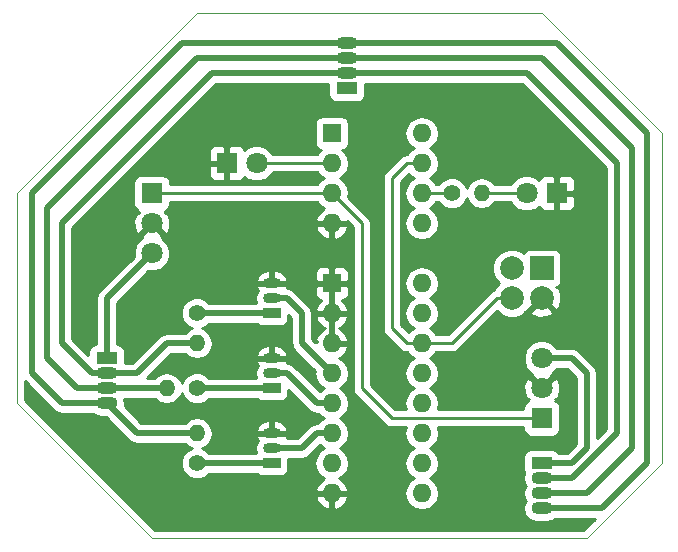
<source format=gbr>
%TF.GenerationSoftware,KiCad,Pcbnew,4.0.7-e2-6376~58~ubuntu16.04.1*%
%TF.CreationDate,2018-01-06T23:49:33+01:00*%
%TF.ProjectId,Receiver_module,52656365697665725F6D6F64756C652E,rev?*%
%TF.FileFunction,Copper,L2,Bot,Signal*%
%FSLAX46Y46*%
G04 Gerber Fmt 4.6, Leading zero omitted, Abs format (unit mm)*
G04 Created by KiCad (PCBNEW 4.0.7-e2-6376~58~ubuntu16.04.1) date Sat Jan  6 23:49:33 2018*
%MOMM*%
%LPD*%
G01*
G04 APERTURE LIST*
%ADD10C,0.100000*%
%ADD11R,1.600000X1.600000*%
%ADD12O,1.600000X1.600000*%
%ADD13R,1.800000X1.800000*%
%ADD14C,1.800000*%
%ADD15R,1.800000X1.070000*%
%ADD16O,1.800000X1.070000*%
%ADD17R,2.000000X2.000000*%
%ADD18C,2.000000*%
%ADD19C,1.400000*%
%ADD20O,1.400000X1.400000*%
%ADD21O,1.500000X0.900000*%
%ADD22R,1.500000X0.900000*%
%ADD23C,0.600000*%
%ADD24C,0.250000*%
%ADD25C,0.500000*%
%ADD26C,0.254000*%
G04 APERTURE END LIST*
D10*
X130810000Y-121920000D02*
X130810000Y-119380000D01*
X124460000Y-128270000D02*
X130810000Y-121920000D01*
X121920000Y-128270000D02*
X124460000Y-128270000D01*
X76200000Y-116840000D02*
X76200000Y-99060000D01*
X87630000Y-128270000D02*
X76200000Y-116840000D01*
X90170000Y-128270000D02*
X87630000Y-128270000D01*
X121920000Y-128270000D02*
X90170000Y-128270000D01*
X130810000Y-93980000D02*
X130810000Y-119380000D01*
X120650000Y-83820000D02*
X130810000Y-93980000D01*
X91440000Y-83820000D02*
X120650000Y-83820000D01*
X76200000Y-99060000D02*
X91440000Y-83820000D01*
D11*
X102870000Y-93980000D03*
D12*
X110490000Y-101600000D03*
X102870000Y-96520000D03*
X110490000Y-99060000D03*
X102870000Y-99060000D03*
X110490000Y-96520000D03*
X102870000Y-101600000D03*
X110490000Y-93980000D03*
D13*
X93980000Y-96520000D03*
D14*
X96520000Y-96520000D03*
D15*
X83820000Y-113030000D03*
D16*
X83820000Y-114300000D03*
X83820000Y-115570000D03*
X83820000Y-116840000D03*
D13*
X121920000Y-99060000D03*
D14*
X119380000Y-99060000D03*
D11*
X102870000Y-106680000D03*
D12*
X110490000Y-124460000D03*
X102870000Y-109220000D03*
X110490000Y-121920000D03*
X102870000Y-111760000D03*
X110490000Y-119380000D03*
X102870000Y-114300000D03*
X110490000Y-116840000D03*
X102870000Y-116840000D03*
X110490000Y-114300000D03*
X102870000Y-119380000D03*
X110490000Y-111760000D03*
X102870000Y-121920000D03*
X110490000Y-109220000D03*
X102870000Y-124460000D03*
X110490000Y-106680000D03*
D17*
X120650000Y-105410000D03*
D18*
X118110000Y-105410000D03*
X120650000Y-107950000D03*
X118110000Y-107950000D03*
D19*
X91440000Y-109220000D03*
D20*
X91440000Y-111760000D03*
D19*
X91440000Y-115570000D03*
D20*
X88900000Y-115570000D03*
D19*
X91440000Y-121920000D03*
D20*
X91440000Y-119380000D03*
D21*
X97790000Y-107950000D03*
X97790000Y-106680000D03*
D22*
X97790000Y-109220000D03*
D21*
X97790000Y-114300000D03*
X97790000Y-113030000D03*
D22*
X97790000Y-115570000D03*
D21*
X97790000Y-120650000D03*
X97790000Y-119380000D03*
D22*
X97790000Y-121920000D03*
D13*
X87630000Y-99060000D03*
D14*
X87630000Y-101600000D03*
X87630000Y-104140000D03*
D19*
X113030000Y-99060000D03*
D20*
X115570000Y-99060000D03*
D13*
X120650000Y-118110000D03*
D14*
X120650000Y-115570000D03*
X120650000Y-113030000D03*
D15*
X120650000Y-121920000D03*
D16*
X120650000Y-123190000D03*
X120650000Y-124460000D03*
X120650000Y-125730000D03*
D15*
X104140000Y-90170000D03*
D16*
X104140000Y-88900000D03*
X104140000Y-87630000D03*
X104140000Y-86360000D03*
D23*
X120650000Y-124460000D03*
D24*
X102870000Y-96520000D02*
X96520000Y-96520000D01*
X110490000Y-99060000D02*
X113030000Y-99060000D01*
X120650000Y-118110000D02*
X107950000Y-118110000D01*
X105410000Y-101600000D02*
X102870000Y-99060000D01*
X105410000Y-115570000D02*
X105410000Y-101600000D01*
X107950000Y-118110000D02*
X105410000Y-115570000D01*
X87630000Y-99060000D02*
X102870000Y-99060000D01*
X118110000Y-107950000D02*
X116840000Y-107950000D01*
X113030000Y-111760000D02*
X110490000Y-111760000D01*
X116840000Y-107950000D02*
X113030000Y-111760000D01*
X110490000Y-111760000D02*
X109220000Y-111760000D01*
X109220000Y-96520000D02*
X110490000Y-96520000D01*
X107950000Y-97790000D02*
X109220000Y-96520000D01*
X107950000Y-110490000D02*
X107950000Y-97790000D01*
X109220000Y-111760000D02*
X107950000Y-110490000D01*
D25*
X124460000Y-118110000D02*
X124460000Y-120650000D01*
X120650000Y-121920000D02*
X121920000Y-121920000D01*
X124460000Y-118110000D02*
X124460000Y-114300000D01*
X124460000Y-114300000D02*
X123190000Y-113030000D01*
X123190000Y-113030000D02*
X120650000Y-113030000D01*
X123190000Y-121920000D02*
X121920000Y-121920000D01*
X124460000Y-120650000D02*
X123190000Y-121920000D01*
X83820000Y-113030000D02*
X83820000Y-107950000D01*
X83820000Y-107950000D02*
X87630000Y-104140000D01*
X120650000Y-123190000D02*
X123190000Y-123190000D01*
X127000000Y-118110000D02*
X127000000Y-119380000D01*
X119380000Y-88900000D02*
X104140000Y-88900000D01*
X119380000Y-88900000D02*
X127000000Y-96520000D01*
X127000000Y-96520000D02*
X127000000Y-118110000D01*
X127000000Y-119380000D02*
X123190000Y-123190000D01*
X104140000Y-88900000D02*
X92710000Y-88900000D01*
X82550000Y-114300000D02*
X83820000Y-114300000D01*
X80010000Y-111760000D02*
X82550000Y-114300000D01*
X80010000Y-101600000D02*
X80010000Y-111760000D01*
X92710000Y-88900000D02*
X80010000Y-101600000D01*
X91440000Y-111760000D02*
X88900000Y-111760000D01*
X86360000Y-114300000D02*
X83820000Y-114300000D01*
X88900000Y-111760000D02*
X86360000Y-114300000D01*
X128270000Y-118110000D02*
X128270000Y-120650000D01*
X104140000Y-87630000D02*
X120650000Y-87630000D01*
X120650000Y-87630000D02*
X128270000Y-95250000D01*
X128270000Y-95250000D02*
X128270000Y-118110000D01*
X124460000Y-124460000D02*
X120650000Y-124460000D01*
X128270000Y-120650000D02*
X124460000Y-124460000D01*
X83820000Y-115570000D02*
X81280000Y-115570000D01*
X91440000Y-87630000D02*
X104140000Y-87630000D01*
X78740000Y-100330000D02*
X91440000Y-87630000D01*
X78740000Y-113030000D02*
X78740000Y-100330000D01*
X81280000Y-115570000D02*
X78740000Y-113030000D01*
X88900000Y-115570000D02*
X83820000Y-115570000D01*
X129540000Y-118110000D02*
X129540000Y-121920000D01*
X104140000Y-86360000D02*
X121920000Y-86360000D01*
X121920000Y-86360000D02*
X129540000Y-93980000D01*
X129540000Y-93980000D02*
X129540000Y-118110000D01*
X125730000Y-125730000D02*
X120650000Y-125730000D01*
X129540000Y-121920000D02*
X125730000Y-125730000D01*
X104140000Y-86360000D02*
X90170000Y-86360000D01*
X82550000Y-116840000D02*
X83820000Y-116840000D01*
X80010000Y-116840000D02*
X82550000Y-116840000D01*
X77470000Y-99060000D02*
X77470000Y-114300000D01*
X77470000Y-114300000D02*
X80010000Y-116840000D01*
X90170000Y-86360000D02*
X77470000Y-99060000D01*
X91440000Y-119380000D02*
X86360000Y-119380000D01*
X86360000Y-119380000D02*
X83820000Y-116840000D01*
X97790000Y-107950000D02*
X99060000Y-107950000D01*
X100330000Y-111760000D02*
X102870000Y-114300000D01*
X100330000Y-109220000D02*
X100330000Y-111760000D01*
X99060000Y-107950000D02*
X100330000Y-109220000D01*
X97790000Y-114300000D02*
X99060000Y-114300000D01*
X101600000Y-116840000D02*
X102870000Y-116840000D01*
X99060000Y-114300000D02*
X101600000Y-116840000D01*
X97790000Y-120650000D02*
X100330000Y-120650000D01*
X101600000Y-119380000D02*
X102870000Y-119380000D01*
X100330000Y-120650000D02*
X101600000Y-119380000D01*
X97790000Y-109220000D02*
X91440000Y-109220000D01*
X97790000Y-115570000D02*
X91440000Y-115570000D01*
X97790000Y-121920000D02*
X91440000Y-121920000D01*
D24*
X115570000Y-99060000D02*
X119380000Y-99060000D01*
D26*
G36*
X102592560Y-90705000D02*
X102636838Y-90940317D01*
X102775910Y-91156441D01*
X102988110Y-91301431D01*
X103240000Y-91352440D01*
X105040000Y-91352440D01*
X105275317Y-91308162D01*
X105491441Y-91169090D01*
X105636431Y-90956890D01*
X105687440Y-90705000D01*
X105687440Y-89785000D01*
X119013420Y-89785000D01*
X126115000Y-96886579D01*
X126115000Y-119013421D01*
X125345000Y-119783421D01*
X125345000Y-114300005D01*
X125345001Y-114300000D01*
X125277633Y-113961325D01*
X125226493Y-113884788D01*
X125085790Y-113674210D01*
X125085787Y-113674208D01*
X123815790Y-112404210D01*
X123788222Y-112385790D01*
X123528675Y-112212367D01*
X123472484Y-112201190D01*
X123190000Y-112144999D01*
X123189995Y-112145000D01*
X121935468Y-112145000D01*
X121520643Y-111729449D01*
X120956670Y-111495267D01*
X120346009Y-111494735D01*
X119781629Y-111727932D01*
X119349449Y-112159357D01*
X119115267Y-112723330D01*
X119114735Y-113333991D01*
X119347932Y-113898371D01*
X119779357Y-114330551D01*
X119800194Y-114339203D01*
X119749446Y-114489841D01*
X120650000Y-115390395D01*
X121550554Y-114489841D01*
X121499965Y-114339673D01*
X121518371Y-114332068D01*
X121936169Y-113915000D01*
X122823420Y-113915000D01*
X123575000Y-114666579D01*
X123575000Y-120283421D01*
X122823420Y-121035000D01*
X122079366Y-121035000D01*
X122014090Y-120933559D01*
X121801890Y-120788569D01*
X121550000Y-120737560D01*
X119750000Y-120737560D01*
X119514683Y-120781838D01*
X119298559Y-120920910D01*
X119153569Y-121133110D01*
X119102560Y-121385000D01*
X119102560Y-122455000D01*
X119146838Y-122690317D01*
X119177185Y-122737477D01*
X119173989Y-122742260D01*
X119084928Y-123190000D01*
X119173989Y-123637740D01*
X119299112Y-123825000D01*
X119173989Y-124012260D01*
X119084928Y-124460000D01*
X119173989Y-124907740D01*
X119299112Y-125095000D01*
X119173989Y-125282260D01*
X119084928Y-125730000D01*
X119173989Y-126177740D01*
X119427613Y-126557315D01*
X119807188Y-126810939D01*
X120254928Y-126900000D01*
X121045072Y-126900000D01*
X121492812Y-126810939D01*
X121786055Y-126615000D01*
X125146264Y-126615000D01*
X124176264Y-127585000D01*
X87913736Y-127585000D01*
X85137775Y-124809039D01*
X101478096Y-124809039D01*
X101638959Y-125197423D01*
X102014866Y-125612389D01*
X102520959Y-125851914D01*
X102743000Y-125730629D01*
X102743000Y-124587000D01*
X102997000Y-124587000D01*
X102997000Y-125730629D01*
X103219041Y-125851914D01*
X103725134Y-125612389D01*
X104101041Y-125197423D01*
X104261904Y-124809039D01*
X104139915Y-124587000D01*
X102997000Y-124587000D01*
X102743000Y-124587000D01*
X101600085Y-124587000D01*
X101478096Y-124809039D01*
X85137775Y-124809039D01*
X76885000Y-116556264D01*
X76885000Y-114966580D01*
X79384208Y-117465787D01*
X79384210Y-117465790D01*
X79671325Y-117657633D01*
X80010000Y-117725000D01*
X82683945Y-117725000D01*
X82977188Y-117920939D01*
X83424928Y-118010000D01*
X83738420Y-118010000D01*
X85734208Y-120005787D01*
X85734210Y-120005790D01*
X86021325Y-120197633D01*
X86360000Y-120265000D01*
X90439122Y-120265000D01*
X90496012Y-120350142D01*
X90929118Y-120639533D01*
X91006045Y-120654835D01*
X90684771Y-120787582D01*
X90308902Y-121162796D01*
X90105232Y-121653287D01*
X90104769Y-122184383D01*
X90307582Y-122675229D01*
X90682796Y-123051098D01*
X91173287Y-123254768D01*
X91704383Y-123255231D01*
X92195229Y-123052418D01*
X92443079Y-122805000D01*
X96565331Y-122805000D01*
X96575910Y-122821441D01*
X96788110Y-122966431D01*
X97040000Y-123017440D01*
X98540000Y-123017440D01*
X98775317Y-122973162D01*
X98991441Y-122834090D01*
X99136431Y-122621890D01*
X99187440Y-122370000D01*
X99187440Y-121535000D01*
X100329995Y-121535000D01*
X100330000Y-121535001D01*
X100656775Y-121470000D01*
X100668675Y-121467633D01*
X100955790Y-121275790D01*
X100955791Y-121275789D01*
X101832999Y-120398580D01*
X102209275Y-120650000D01*
X101827189Y-120905302D01*
X101516120Y-121370849D01*
X101406887Y-121920000D01*
X101516120Y-122469151D01*
X101827189Y-122934698D01*
X102231703Y-123204986D01*
X102014866Y-123307611D01*
X101638959Y-123722577D01*
X101478096Y-124110961D01*
X101600085Y-124333000D01*
X102743000Y-124333000D01*
X102743000Y-124313000D01*
X102997000Y-124313000D01*
X102997000Y-124333000D01*
X104139915Y-124333000D01*
X104261904Y-124110961D01*
X104101041Y-123722577D01*
X103725134Y-123307611D01*
X103508297Y-123204986D01*
X103912811Y-122934698D01*
X104223880Y-122469151D01*
X104333113Y-121920000D01*
X104223880Y-121370849D01*
X103912811Y-120905302D01*
X103530725Y-120650000D01*
X103912811Y-120394698D01*
X104223880Y-119929151D01*
X104333113Y-119380000D01*
X104223880Y-118830849D01*
X103912811Y-118365302D01*
X103530725Y-118110000D01*
X103912811Y-117854698D01*
X104223880Y-117389151D01*
X104333113Y-116840000D01*
X104223880Y-116290849D01*
X103912811Y-115825302D01*
X103530725Y-115570000D01*
X103912811Y-115314698D01*
X104223880Y-114849151D01*
X104333113Y-114300000D01*
X104223880Y-113750849D01*
X103912811Y-113285302D01*
X103508297Y-113015014D01*
X103725134Y-112912389D01*
X104101041Y-112497423D01*
X104261904Y-112109039D01*
X104139915Y-111887000D01*
X102997000Y-111887000D01*
X102997000Y-111907000D01*
X102743000Y-111907000D01*
X102743000Y-111887000D01*
X102723000Y-111887000D01*
X102723000Y-111633000D01*
X102743000Y-111633000D01*
X102743000Y-109347000D01*
X102997000Y-109347000D01*
X102997000Y-111633000D01*
X104139915Y-111633000D01*
X104261904Y-111410961D01*
X104101041Y-111022577D01*
X103725134Y-110607611D01*
X103476633Y-110490000D01*
X103725134Y-110372389D01*
X104101041Y-109957423D01*
X104261904Y-109569039D01*
X104139915Y-109347000D01*
X102997000Y-109347000D01*
X102743000Y-109347000D01*
X101600085Y-109347000D01*
X101478096Y-109569039D01*
X101638959Y-109957423D01*
X102014866Y-110372389D01*
X102263367Y-110490000D01*
X102014866Y-110607611D01*
X101638959Y-111022577D01*
X101478096Y-111410961D01*
X101600084Y-111632998D01*
X101454578Y-111632998D01*
X101215000Y-111393420D01*
X101215000Y-109220005D01*
X101215001Y-109220000D01*
X101147633Y-108881325D01*
X101073248Y-108770000D01*
X100955790Y-108594210D01*
X100955787Y-108594208D01*
X99685790Y-107324210D01*
X99398675Y-107132367D01*
X99342484Y-107121190D01*
X99087279Y-107070425D01*
X99134408Y-106974001D01*
X99128138Y-106965750D01*
X101435000Y-106965750D01*
X101435000Y-107606310D01*
X101531673Y-107839699D01*
X101710302Y-108018327D01*
X101943691Y-108115000D01*
X101971938Y-108115000D01*
X101638959Y-108482577D01*
X101478096Y-108870961D01*
X101600085Y-109093000D01*
X102743000Y-109093000D01*
X102743000Y-106807000D01*
X102997000Y-106807000D01*
X102997000Y-109093000D01*
X104139915Y-109093000D01*
X104261904Y-108870961D01*
X104101041Y-108482577D01*
X103768062Y-108115000D01*
X103796309Y-108115000D01*
X104029698Y-108018327D01*
X104208327Y-107839699D01*
X104305000Y-107606310D01*
X104305000Y-106965750D01*
X104146250Y-106807000D01*
X102997000Y-106807000D01*
X102743000Y-106807000D01*
X101593750Y-106807000D01*
X101435000Y-106965750D01*
X99128138Y-106965750D01*
X99007502Y-106807000D01*
X97917000Y-106807000D01*
X97917000Y-106827000D01*
X97663000Y-106827000D01*
X97663000Y-106807000D01*
X96572498Y-106807000D01*
X96445592Y-106974001D01*
X96610170Y-107310726D01*
X96460457Y-107534788D01*
X96377866Y-107950000D01*
X96454447Y-108335000D01*
X92442873Y-108335000D01*
X92197204Y-108088902D01*
X91706713Y-107885232D01*
X91175617Y-107884769D01*
X90684771Y-108087582D01*
X90308902Y-108462796D01*
X90105232Y-108953287D01*
X90104769Y-109484383D01*
X90307582Y-109975229D01*
X90682796Y-110351098D01*
X91005788Y-110485216D01*
X90929118Y-110500467D01*
X90496012Y-110789858D01*
X90439122Y-110875000D01*
X88900000Y-110875000D01*
X88561325Y-110942367D01*
X88274210Y-111134210D01*
X88274208Y-111134213D01*
X85993420Y-113415000D01*
X85367440Y-113415000D01*
X85367440Y-112495000D01*
X85323162Y-112259683D01*
X85184090Y-112043559D01*
X84971890Y-111898569D01*
X84720000Y-111847560D01*
X84705000Y-111847560D01*
X84705000Y-108316580D01*
X86635580Y-106385999D01*
X96445592Y-106385999D01*
X96572498Y-106553000D01*
X97663000Y-106553000D01*
X97663000Y-105595000D01*
X97917000Y-105595000D01*
X97917000Y-106553000D01*
X99007502Y-106553000D01*
X99134408Y-106385999D01*
X98947013Y-106002592D01*
X98654825Y-105753690D01*
X101435000Y-105753690D01*
X101435000Y-106394250D01*
X101593750Y-106553000D01*
X102743000Y-106553000D01*
X102743000Y-105403750D01*
X102997000Y-105403750D01*
X102997000Y-106553000D01*
X104146250Y-106553000D01*
X104305000Y-106394250D01*
X104305000Y-105753690D01*
X104208327Y-105520301D01*
X104029698Y-105341673D01*
X103796309Y-105245000D01*
X103155750Y-105245000D01*
X102997000Y-105403750D01*
X102743000Y-105403750D01*
X102584250Y-105245000D01*
X101943691Y-105245000D01*
X101710302Y-105341673D01*
X101531673Y-105520301D01*
X101435000Y-105753690D01*
X98654825Y-105753690D01*
X98622544Y-105726192D01*
X98217000Y-105595000D01*
X97917000Y-105595000D01*
X97663000Y-105595000D01*
X97363000Y-105595000D01*
X96957456Y-105726192D01*
X96632987Y-106002592D01*
X96445592Y-106385999D01*
X86635580Y-106385999D01*
X87346826Y-105674753D01*
X87933991Y-105675265D01*
X88498371Y-105442068D01*
X88930551Y-105010643D01*
X89164733Y-104446670D01*
X89165265Y-103836009D01*
X88932068Y-103271629D01*
X88500643Y-102839449D01*
X88479806Y-102830797D01*
X88530554Y-102680159D01*
X87630000Y-101779605D01*
X86729446Y-102680159D01*
X86780035Y-102830327D01*
X86761629Y-102837932D01*
X86329449Y-103269357D01*
X86095267Y-103833330D01*
X86094753Y-104423668D01*
X83194210Y-107324210D01*
X83002367Y-107611325D01*
X83002367Y-107611326D01*
X82934999Y-107950000D01*
X82935000Y-107950005D01*
X82935000Y-111847560D01*
X82920000Y-111847560D01*
X82684683Y-111891838D01*
X82468559Y-112030910D01*
X82323569Y-112243110D01*
X82272560Y-112495000D01*
X82272560Y-112770981D01*
X80895000Y-111393420D01*
X80895000Y-101966580D01*
X84701579Y-98160000D01*
X86082560Y-98160000D01*
X86082560Y-99960000D01*
X86126838Y-100195317D01*
X86265910Y-100411441D01*
X86469574Y-100550598D01*
X86435282Y-100584890D01*
X86549839Y-100699447D01*
X86293357Y-100785852D01*
X86083542Y-101359336D01*
X86109161Y-101969460D01*
X86293357Y-102414148D01*
X86549841Y-102500554D01*
X87450395Y-101600000D01*
X87436253Y-101585858D01*
X87615858Y-101406253D01*
X87630000Y-101420395D01*
X87644143Y-101406253D01*
X87823748Y-101585858D01*
X87809605Y-101600000D01*
X88710159Y-102500554D01*
X88966643Y-102414148D01*
X89136807Y-101949039D01*
X101478096Y-101949039D01*
X101638959Y-102337423D01*
X102014866Y-102752389D01*
X102520959Y-102991914D01*
X102743000Y-102870629D01*
X102743000Y-101727000D01*
X102997000Y-101727000D01*
X102997000Y-102870629D01*
X103219041Y-102991914D01*
X103725134Y-102752389D01*
X104101041Y-102337423D01*
X104261904Y-101949039D01*
X104139915Y-101727000D01*
X102997000Y-101727000D01*
X102743000Y-101727000D01*
X101600085Y-101727000D01*
X101478096Y-101949039D01*
X89136807Y-101949039D01*
X89176458Y-101840664D01*
X89150839Y-101230540D01*
X88966643Y-100785852D01*
X88710161Y-100699447D01*
X88824718Y-100584890D01*
X88788240Y-100548412D01*
X88981441Y-100424090D01*
X89126431Y-100211890D01*
X89177440Y-99960000D01*
X89177440Y-99820000D01*
X101657005Y-99820000D01*
X101827189Y-100074698D01*
X102231703Y-100344986D01*
X102014866Y-100447611D01*
X101638959Y-100862577D01*
X101478096Y-101250961D01*
X101600085Y-101473000D01*
X102743000Y-101473000D01*
X102743000Y-101453000D01*
X102997000Y-101453000D01*
X102997000Y-101473000D01*
X104139915Y-101473000D01*
X104164127Y-101428929D01*
X104650000Y-101914802D01*
X104650000Y-115570000D01*
X104707852Y-115860839D01*
X104872599Y-116107401D01*
X107412599Y-118647401D01*
X107659160Y-118812148D01*
X107707414Y-118821746D01*
X107950000Y-118870000D01*
X109128332Y-118870000D01*
X109026887Y-119380000D01*
X109136120Y-119929151D01*
X109447189Y-120394698D01*
X109829275Y-120650000D01*
X109447189Y-120905302D01*
X109136120Y-121370849D01*
X109026887Y-121920000D01*
X109136120Y-122469151D01*
X109447189Y-122934698D01*
X109829275Y-123190000D01*
X109447189Y-123445302D01*
X109136120Y-123910849D01*
X109026887Y-124460000D01*
X109136120Y-125009151D01*
X109447189Y-125474698D01*
X109912736Y-125785767D01*
X110461887Y-125895000D01*
X110518113Y-125895000D01*
X111067264Y-125785767D01*
X111532811Y-125474698D01*
X111843880Y-125009151D01*
X111953113Y-124460000D01*
X111843880Y-123910849D01*
X111532811Y-123445302D01*
X111150725Y-123190000D01*
X111532811Y-122934698D01*
X111843880Y-122469151D01*
X111953113Y-121920000D01*
X111843880Y-121370849D01*
X111532811Y-120905302D01*
X111150725Y-120650000D01*
X111532811Y-120394698D01*
X111843880Y-119929151D01*
X111953113Y-119380000D01*
X111851668Y-118870000D01*
X119102560Y-118870000D01*
X119102560Y-119010000D01*
X119146838Y-119245317D01*
X119285910Y-119461441D01*
X119498110Y-119606431D01*
X119750000Y-119657440D01*
X121550000Y-119657440D01*
X121785317Y-119613162D01*
X122001441Y-119474090D01*
X122146431Y-119261890D01*
X122197440Y-119010000D01*
X122197440Y-117210000D01*
X122153162Y-116974683D01*
X122014090Y-116758559D01*
X121810426Y-116619402D01*
X121844718Y-116585110D01*
X121730161Y-116470553D01*
X121986643Y-116384148D01*
X122196458Y-115810664D01*
X122170839Y-115200540D01*
X121986643Y-114755852D01*
X121730159Y-114669446D01*
X120829605Y-115570000D01*
X120843748Y-115584143D01*
X120664143Y-115763748D01*
X120650000Y-115749605D01*
X120635858Y-115763748D01*
X120456253Y-115584143D01*
X120470395Y-115570000D01*
X119569841Y-114669446D01*
X119313357Y-114755852D01*
X119103542Y-115329336D01*
X119129161Y-115939460D01*
X119313357Y-116384148D01*
X119569839Y-116470553D01*
X119455282Y-116585110D01*
X119491760Y-116621588D01*
X119298559Y-116745910D01*
X119153569Y-116958110D01*
X119102560Y-117210000D01*
X119102560Y-117350000D01*
X111851668Y-117350000D01*
X111953113Y-116840000D01*
X111843880Y-116290849D01*
X111532811Y-115825302D01*
X111150725Y-115570000D01*
X111532811Y-115314698D01*
X111843880Y-114849151D01*
X111953113Y-114300000D01*
X111843880Y-113750849D01*
X111532811Y-113285302D01*
X111150725Y-113030000D01*
X111532811Y-112774698D01*
X111702995Y-112520000D01*
X113030000Y-112520000D01*
X113320839Y-112462148D01*
X113567401Y-112297401D01*
X116856366Y-109008436D01*
X117182637Y-109335278D01*
X117783352Y-109584716D01*
X118433795Y-109585284D01*
X119034943Y-109336894D01*
X119269715Y-109102532D01*
X119677073Y-109102532D01*
X119775736Y-109369387D01*
X120385461Y-109595908D01*
X121035460Y-109571856D01*
X121524264Y-109369387D01*
X121622927Y-109102532D01*
X120650000Y-108129605D01*
X119677073Y-109102532D01*
X119269715Y-109102532D01*
X119462562Y-108910022D01*
X119497468Y-108922927D01*
X120470395Y-107950000D01*
X120456253Y-107935858D01*
X120635858Y-107756253D01*
X120650000Y-107770395D01*
X120664143Y-107756253D01*
X120843748Y-107935858D01*
X120829605Y-107950000D01*
X121802532Y-108922927D01*
X122069387Y-108824264D01*
X122295908Y-108214539D01*
X122271856Y-107564540D01*
X122069387Y-107075736D01*
X121890727Y-107009681D01*
X122101441Y-106874090D01*
X122246431Y-106661890D01*
X122297440Y-106410000D01*
X122297440Y-104410000D01*
X122253162Y-104174683D01*
X122114090Y-103958559D01*
X121901890Y-103813569D01*
X121650000Y-103762560D01*
X119650000Y-103762560D01*
X119414683Y-103806838D01*
X119198559Y-103945910D01*
X119101090Y-104088561D01*
X119037363Y-104024722D01*
X118436648Y-103775284D01*
X117786205Y-103774716D01*
X117185057Y-104023106D01*
X116724722Y-104482637D01*
X116475284Y-105083352D01*
X116474716Y-105733795D01*
X116723106Y-106334943D01*
X117067759Y-106680199D01*
X116724722Y-107022637D01*
X116638591Y-107230063D01*
X116549161Y-107247852D01*
X116302599Y-107412599D01*
X112715198Y-111000000D01*
X111702995Y-111000000D01*
X111532811Y-110745302D01*
X111150725Y-110490000D01*
X111532811Y-110234698D01*
X111843880Y-109769151D01*
X111953113Y-109220000D01*
X111843880Y-108670849D01*
X111532811Y-108205302D01*
X111150725Y-107950000D01*
X111532811Y-107694698D01*
X111843880Y-107229151D01*
X111953113Y-106680000D01*
X111843880Y-106130849D01*
X111532811Y-105665302D01*
X111067264Y-105354233D01*
X110518113Y-105245000D01*
X110461887Y-105245000D01*
X109912736Y-105354233D01*
X109447189Y-105665302D01*
X109136120Y-106130849D01*
X109026887Y-106680000D01*
X109136120Y-107229151D01*
X109447189Y-107694698D01*
X109829275Y-107950000D01*
X109447189Y-108205302D01*
X109136120Y-108670849D01*
X109026887Y-109220000D01*
X109136120Y-109769151D01*
X109447189Y-110234698D01*
X109829275Y-110490000D01*
X109447189Y-110745302D01*
X109380264Y-110845462D01*
X108710000Y-110175198D01*
X108710000Y-98104802D01*
X109380264Y-97434538D01*
X109447189Y-97534698D01*
X109829275Y-97790000D01*
X109447189Y-98045302D01*
X109136120Y-98510849D01*
X109026887Y-99060000D01*
X109136120Y-99609151D01*
X109447189Y-100074698D01*
X109829275Y-100330000D01*
X109447189Y-100585302D01*
X109136120Y-101050849D01*
X109026887Y-101600000D01*
X109136120Y-102149151D01*
X109447189Y-102614698D01*
X109912736Y-102925767D01*
X110461887Y-103035000D01*
X110518113Y-103035000D01*
X111067264Y-102925767D01*
X111532811Y-102614698D01*
X111843880Y-102149151D01*
X111953113Y-101600000D01*
X111843880Y-101050849D01*
X111532811Y-100585302D01*
X111150725Y-100330000D01*
X111532811Y-100074698D01*
X111702995Y-99820000D01*
X111902345Y-99820000D01*
X112272796Y-100191098D01*
X112763287Y-100394768D01*
X113294383Y-100395231D01*
X113785229Y-100192418D01*
X114161098Y-99817204D01*
X114295216Y-99494212D01*
X114310467Y-99570882D01*
X114599858Y-100003988D01*
X115032964Y-100293379D01*
X115543846Y-100395000D01*
X115596154Y-100395000D01*
X116107036Y-100293379D01*
X116540142Y-100003988D01*
X116663078Y-99820000D01*
X118033154Y-99820000D01*
X118077932Y-99928371D01*
X118509357Y-100360551D01*
X119073330Y-100594733D01*
X119683991Y-100595265D01*
X120248371Y-100362068D01*
X120425841Y-100184908D01*
X120481673Y-100319699D01*
X120660302Y-100498327D01*
X120893691Y-100595000D01*
X121634250Y-100595000D01*
X121793000Y-100436250D01*
X121793000Y-99187000D01*
X122047000Y-99187000D01*
X122047000Y-100436250D01*
X122205750Y-100595000D01*
X122946309Y-100595000D01*
X123179698Y-100498327D01*
X123358327Y-100319699D01*
X123455000Y-100086310D01*
X123455000Y-99345750D01*
X123296250Y-99187000D01*
X122047000Y-99187000D01*
X121793000Y-99187000D01*
X121773000Y-99187000D01*
X121773000Y-98933000D01*
X121793000Y-98933000D01*
X121793000Y-97683750D01*
X122047000Y-97683750D01*
X122047000Y-98933000D01*
X123296250Y-98933000D01*
X123455000Y-98774250D01*
X123455000Y-98033690D01*
X123358327Y-97800301D01*
X123179698Y-97621673D01*
X122946309Y-97525000D01*
X122205750Y-97525000D01*
X122047000Y-97683750D01*
X121793000Y-97683750D01*
X121634250Y-97525000D01*
X120893691Y-97525000D01*
X120660302Y-97621673D01*
X120481673Y-97800301D01*
X120425881Y-97934994D01*
X120250643Y-97759449D01*
X119686670Y-97525267D01*
X119076009Y-97524735D01*
X118511629Y-97757932D01*
X118079449Y-98189357D01*
X118033506Y-98300000D01*
X116663078Y-98300000D01*
X116540142Y-98116012D01*
X116107036Y-97826621D01*
X115596154Y-97725000D01*
X115543846Y-97725000D01*
X115032964Y-97826621D01*
X114599858Y-98116012D01*
X114310467Y-98549118D01*
X114295165Y-98626045D01*
X114162418Y-98304771D01*
X113787204Y-97928902D01*
X113296713Y-97725232D01*
X112765617Y-97724769D01*
X112274771Y-97927582D01*
X111901703Y-98300000D01*
X111702995Y-98300000D01*
X111532811Y-98045302D01*
X111150725Y-97790000D01*
X111532811Y-97534698D01*
X111843880Y-97069151D01*
X111953113Y-96520000D01*
X111843880Y-95970849D01*
X111532811Y-95505302D01*
X111150725Y-95250000D01*
X111532811Y-94994698D01*
X111843880Y-94529151D01*
X111953113Y-93980000D01*
X111843880Y-93430849D01*
X111532811Y-92965302D01*
X111067264Y-92654233D01*
X110518113Y-92545000D01*
X110461887Y-92545000D01*
X109912736Y-92654233D01*
X109447189Y-92965302D01*
X109136120Y-93430849D01*
X109026887Y-93980000D01*
X109136120Y-94529151D01*
X109447189Y-94994698D01*
X109829275Y-95250000D01*
X109447189Y-95505302D01*
X109277005Y-95760000D01*
X109220000Y-95760000D01*
X108929160Y-95817852D01*
X108682599Y-95982599D01*
X107412599Y-97252599D01*
X107247852Y-97499161D01*
X107190000Y-97790000D01*
X107190000Y-110490000D01*
X107247852Y-110780839D01*
X107412599Y-111027401D01*
X108682599Y-112297401D01*
X108929160Y-112462148D01*
X109220000Y-112520000D01*
X109277005Y-112520000D01*
X109447189Y-112774698D01*
X109829275Y-113030000D01*
X109447189Y-113285302D01*
X109136120Y-113750849D01*
X109026887Y-114300000D01*
X109136120Y-114849151D01*
X109447189Y-115314698D01*
X109829275Y-115570000D01*
X109447189Y-115825302D01*
X109136120Y-116290849D01*
X109026887Y-116840000D01*
X109128332Y-117350000D01*
X108264802Y-117350000D01*
X106170000Y-115255198D01*
X106170000Y-101600000D01*
X106112148Y-101309161D01*
X106112148Y-101309160D01*
X105947401Y-101062599D01*
X104268688Y-99383886D01*
X104333113Y-99060000D01*
X104223880Y-98510849D01*
X103912811Y-98045302D01*
X103530725Y-97790000D01*
X103912811Y-97534698D01*
X104223880Y-97069151D01*
X104333113Y-96520000D01*
X104223880Y-95970849D01*
X103912811Y-95505302D01*
X103768535Y-95408899D01*
X103905317Y-95383162D01*
X104121441Y-95244090D01*
X104266431Y-95031890D01*
X104317440Y-94780000D01*
X104317440Y-93180000D01*
X104273162Y-92944683D01*
X104134090Y-92728559D01*
X103921890Y-92583569D01*
X103670000Y-92532560D01*
X102070000Y-92532560D01*
X101834683Y-92576838D01*
X101618559Y-92715910D01*
X101473569Y-92928110D01*
X101422560Y-93180000D01*
X101422560Y-94780000D01*
X101466838Y-95015317D01*
X101605910Y-95231441D01*
X101818110Y-95376431D01*
X101973089Y-95407815D01*
X101827189Y-95505302D01*
X101657005Y-95760000D01*
X97866846Y-95760000D01*
X97822068Y-95651629D01*
X97390643Y-95219449D01*
X96826670Y-94985267D01*
X96216009Y-94984735D01*
X95651629Y-95217932D01*
X95474159Y-95395092D01*
X95418327Y-95260301D01*
X95239698Y-95081673D01*
X95006309Y-94985000D01*
X94265750Y-94985000D01*
X94107000Y-95143750D01*
X94107000Y-96393000D01*
X94127000Y-96393000D01*
X94127000Y-96647000D01*
X94107000Y-96647000D01*
X94107000Y-97896250D01*
X94265750Y-98055000D01*
X95006309Y-98055000D01*
X95239698Y-97958327D01*
X95418327Y-97779699D01*
X95474119Y-97645006D01*
X95649357Y-97820551D01*
X96213330Y-98054733D01*
X96823991Y-98055265D01*
X97388371Y-97822068D01*
X97820551Y-97390643D01*
X97866494Y-97280000D01*
X101657005Y-97280000D01*
X101827189Y-97534698D01*
X102209275Y-97790000D01*
X101827189Y-98045302D01*
X101657005Y-98300000D01*
X89177440Y-98300000D01*
X89177440Y-98160000D01*
X89133162Y-97924683D01*
X88994090Y-97708559D01*
X88781890Y-97563569D01*
X88530000Y-97512560D01*
X86730000Y-97512560D01*
X86494683Y-97556838D01*
X86278559Y-97695910D01*
X86133569Y-97908110D01*
X86082560Y-98160000D01*
X84701579Y-98160000D01*
X86055829Y-96805750D01*
X92445000Y-96805750D01*
X92445000Y-97546310D01*
X92541673Y-97779699D01*
X92720302Y-97958327D01*
X92953691Y-98055000D01*
X93694250Y-98055000D01*
X93853000Y-97896250D01*
X93853000Y-96647000D01*
X92603750Y-96647000D01*
X92445000Y-96805750D01*
X86055829Y-96805750D01*
X87367889Y-95493690D01*
X92445000Y-95493690D01*
X92445000Y-96234250D01*
X92603750Y-96393000D01*
X93853000Y-96393000D01*
X93853000Y-95143750D01*
X93694250Y-94985000D01*
X92953691Y-94985000D01*
X92720302Y-95081673D01*
X92541673Y-95260301D01*
X92445000Y-95493690D01*
X87367889Y-95493690D01*
X93076579Y-89785000D01*
X102592560Y-89785000D01*
X102592560Y-90705000D01*
X102592560Y-90705000D01*
G37*
X102592560Y-90705000D02*
X102636838Y-90940317D01*
X102775910Y-91156441D01*
X102988110Y-91301431D01*
X103240000Y-91352440D01*
X105040000Y-91352440D01*
X105275317Y-91308162D01*
X105491441Y-91169090D01*
X105636431Y-90956890D01*
X105687440Y-90705000D01*
X105687440Y-89785000D01*
X119013420Y-89785000D01*
X126115000Y-96886579D01*
X126115000Y-119013421D01*
X125345000Y-119783421D01*
X125345000Y-114300005D01*
X125345001Y-114300000D01*
X125277633Y-113961325D01*
X125226493Y-113884788D01*
X125085790Y-113674210D01*
X125085787Y-113674208D01*
X123815790Y-112404210D01*
X123788222Y-112385790D01*
X123528675Y-112212367D01*
X123472484Y-112201190D01*
X123190000Y-112144999D01*
X123189995Y-112145000D01*
X121935468Y-112145000D01*
X121520643Y-111729449D01*
X120956670Y-111495267D01*
X120346009Y-111494735D01*
X119781629Y-111727932D01*
X119349449Y-112159357D01*
X119115267Y-112723330D01*
X119114735Y-113333991D01*
X119347932Y-113898371D01*
X119779357Y-114330551D01*
X119800194Y-114339203D01*
X119749446Y-114489841D01*
X120650000Y-115390395D01*
X121550554Y-114489841D01*
X121499965Y-114339673D01*
X121518371Y-114332068D01*
X121936169Y-113915000D01*
X122823420Y-113915000D01*
X123575000Y-114666579D01*
X123575000Y-120283421D01*
X122823420Y-121035000D01*
X122079366Y-121035000D01*
X122014090Y-120933559D01*
X121801890Y-120788569D01*
X121550000Y-120737560D01*
X119750000Y-120737560D01*
X119514683Y-120781838D01*
X119298559Y-120920910D01*
X119153569Y-121133110D01*
X119102560Y-121385000D01*
X119102560Y-122455000D01*
X119146838Y-122690317D01*
X119177185Y-122737477D01*
X119173989Y-122742260D01*
X119084928Y-123190000D01*
X119173989Y-123637740D01*
X119299112Y-123825000D01*
X119173989Y-124012260D01*
X119084928Y-124460000D01*
X119173989Y-124907740D01*
X119299112Y-125095000D01*
X119173989Y-125282260D01*
X119084928Y-125730000D01*
X119173989Y-126177740D01*
X119427613Y-126557315D01*
X119807188Y-126810939D01*
X120254928Y-126900000D01*
X121045072Y-126900000D01*
X121492812Y-126810939D01*
X121786055Y-126615000D01*
X125146264Y-126615000D01*
X124176264Y-127585000D01*
X87913736Y-127585000D01*
X85137775Y-124809039D01*
X101478096Y-124809039D01*
X101638959Y-125197423D01*
X102014866Y-125612389D01*
X102520959Y-125851914D01*
X102743000Y-125730629D01*
X102743000Y-124587000D01*
X102997000Y-124587000D01*
X102997000Y-125730629D01*
X103219041Y-125851914D01*
X103725134Y-125612389D01*
X104101041Y-125197423D01*
X104261904Y-124809039D01*
X104139915Y-124587000D01*
X102997000Y-124587000D01*
X102743000Y-124587000D01*
X101600085Y-124587000D01*
X101478096Y-124809039D01*
X85137775Y-124809039D01*
X76885000Y-116556264D01*
X76885000Y-114966580D01*
X79384208Y-117465787D01*
X79384210Y-117465790D01*
X79671325Y-117657633D01*
X80010000Y-117725000D01*
X82683945Y-117725000D01*
X82977188Y-117920939D01*
X83424928Y-118010000D01*
X83738420Y-118010000D01*
X85734208Y-120005787D01*
X85734210Y-120005790D01*
X86021325Y-120197633D01*
X86360000Y-120265000D01*
X90439122Y-120265000D01*
X90496012Y-120350142D01*
X90929118Y-120639533D01*
X91006045Y-120654835D01*
X90684771Y-120787582D01*
X90308902Y-121162796D01*
X90105232Y-121653287D01*
X90104769Y-122184383D01*
X90307582Y-122675229D01*
X90682796Y-123051098D01*
X91173287Y-123254768D01*
X91704383Y-123255231D01*
X92195229Y-123052418D01*
X92443079Y-122805000D01*
X96565331Y-122805000D01*
X96575910Y-122821441D01*
X96788110Y-122966431D01*
X97040000Y-123017440D01*
X98540000Y-123017440D01*
X98775317Y-122973162D01*
X98991441Y-122834090D01*
X99136431Y-122621890D01*
X99187440Y-122370000D01*
X99187440Y-121535000D01*
X100329995Y-121535000D01*
X100330000Y-121535001D01*
X100656775Y-121470000D01*
X100668675Y-121467633D01*
X100955790Y-121275790D01*
X100955791Y-121275789D01*
X101832999Y-120398580D01*
X102209275Y-120650000D01*
X101827189Y-120905302D01*
X101516120Y-121370849D01*
X101406887Y-121920000D01*
X101516120Y-122469151D01*
X101827189Y-122934698D01*
X102231703Y-123204986D01*
X102014866Y-123307611D01*
X101638959Y-123722577D01*
X101478096Y-124110961D01*
X101600085Y-124333000D01*
X102743000Y-124333000D01*
X102743000Y-124313000D01*
X102997000Y-124313000D01*
X102997000Y-124333000D01*
X104139915Y-124333000D01*
X104261904Y-124110961D01*
X104101041Y-123722577D01*
X103725134Y-123307611D01*
X103508297Y-123204986D01*
X103912811Y-122934698D01*
X104223880Y-122469151D01*
X104333113Y-121920000D01*
X104223880Y-121370849D01*
X103912811Y-120905302D01*
X103530725Y-120650000D01*
X103912811Y-120394698D01*
X104223880Y-119929151D01*
X104333113Y-119380000D01*
X104223880Y-118830849D01*
X103912811Y-118365302D01*
X103530725Y-118110000D01*
X103912811Y-117854698D01*
X104223880Y-117389151D01*
X104333113Y-116840000D01*
X104223880Y-116290849D01*
X103912811Y-115825302D01*
X103530725Y-115570000D01*
X103912811Y-115314698D01*
X104223880Y-114849151D01*
X104333113Y-114300000D01*
X104223880Y-113750849D01*
X103912811Y-113285302D01*
X103508297Y-113015014D01*
X103725134Y-112912389D01*
X104101041Y-112497423D01*
X104261904Y-112109039D01*
X104139915Y-111887000D01*
X102997000Y-111887000D01*
X102997000Y-111907000D01*
X102743000Y-111907000D01*
X102743000Y-111887000D01*
X102723000Y-111887000D01*
X102723000Y-111633000D01*
X102743000Y-111633000D01*
X102743000Y-109347000D01*
X102997000Y-109347000D01*
X102997000Y-111633000D01*
X104139915Y-111633000D01*
X104261904Y-111410961D01*
X104101041Y-111022577D01*
X103725134Y-110607611D01*
X103476633Y-110490000D01*
X103725134Y-110372389D01*
X104101041Y-109957423D01*
X104261904Y-109569039D01*
X104139915Y-109347000D01*
X102997000Y-109347000D01*
X102743000Y-109347000D01*
X101600085Y-109347000D01*
X101478096Y-109569039D01*
X101638959Y-109957423D01*
X102014866Y-110372389D01*
X102263367Y-110490000D01*
X102014866Y-110607611D01*
X101638959Y-111022577D01*
X101478096Y-111410961D01*
X101600084Y-111632998D01*
X101454578Y-111632998D01*
X101215000Y-111393420D01*
X101215000Y-109220005D01*
X101215001Y-109220000D01*
X101147633Y-108881325D01*
X101073248Y-108770000D01*
X100955790Y-108594210D01*
X100955787Y-108594208D01*
X99685790Y-107324210D01*
X99398675Y-107132367D01*
X99342484Y-107121190D01*
X99087279Y-107070425D01*
X99134408Y-106974001D01*
X99128138Y-106965750D01*
X101435000Y-106965750D01*
X101435000Y-107606310D01*
X101531673Y-107839699D01*
X101710302Y-108018327D01*
X101943691Y-108115000D01*
X101971938Y-108115000D01*
X101638959Y-108482577D01*
X101478096Y-108870961D01*
X101600085Y-109093000D01*
X102743000Y-109093000D01*
X102743000Y-106807000D01*
X102997000Y-106807000D01*
X102997000Y-109093000D01*
X104139915Y-109093000D01*
X104261904Y-108870961D01*
X104101041Y-108482577D01*
X103768062Y-108115000D01*
X103796309Y-108115000D01*
X104029698Y-108018327D01*
X104208327Y-107839699D01*
X104305000Y-107606310D01*
X104305000Y-106965750D01*
X104146250Y-106807000D01*
X102997000Y-106807000D01*
X102743000Y-106807000D01*
X101593750Y-106807000D01*
X101435000Y-106965750D01*
X99128138Y-106965750D01*
X99007502Y-106807000D01*
X97917000Y-106807000D01*
X97917000Y-106827000D01*
X97663000Y-106827000D01*
X97663000Y-106807000D01*
X96572498Y-106807000D01*
X96445592Y-106974001D01*
X96610170Y-107310726D01*
X96460457Y-107534788D01*
X96377866Y-107950000D01*
X96454447Y-108335000D01*
X92442873Y-108335000D01*
X92197204Y-108088902D01*
X91706713Y-107885232D01*
X91175617Y-107884769D01*
X90684771Y-108087582D01*
X90308902Y-108462796D01*
X90105232Y-108953287D01*
X90104769Y-109484383D01*
X90307582Y-109975229D01*
X90682796Y-110351098D01*
X91005788Y-110485216D01*
X90929118Y-110500467D01*
X90496012Y-110789858D01*
X90439122Y-110875000D01*
X88900000Y-110875000D01*
X88561325Y-110942367D01*
X88274210Y-111134210D01*
X88274208Y-111134213D01*
X85993420Y-113415000D01*
X85367440Y-113415000D01*
X85367440Y-112495000D01*
X85323162Y-112259683D01*
X85184090Y-112043559D01*
X84971890Y-111898569D01*
X84720000Y-111847560D01*
X84705000Y-111847560D01*
X84705000Y-108316580D01*
X86635580Y-106385999D01*
X96445592Y-106385999D01*
X96572498Y-106553000D01*
X97663000Y-106553000D01*
X97663000Y-105595000D01*
X97917000Y-105595000D01*
X97917000Y-106553000D01*
X99007502Y-106553000D01*
X99134408Y-106385999D01*
X98947013Y-106002592D01*
X98654825Y-105753690D01*
X101435000Y-105753690D01*
X101435000Y-106394250D01*
X101593750Y-106553000D01*
X102743000Y-106553000D01*
X102743000Y-105403750D01*
X102997000Y-105403750D01*
X102997000Y-106553000D01*
X104146250Y-106553000D01*
X104305000Y-106394250D01*
X104305000Y-105753690D01*
X104208327Y-105520301D01*
X104029698Y-105341673D01*
X103796309Y-105245000D01*
X103155750Y-105245000D01*
X102997000Y-105403750D01*
X102743000Y-105403750D01*
X102584250Y-105245000D01*
X101943691Y-105245000D01*
X101710302Y-105341673D01*
X101531673Y-105520301D01*
X101435000Y-105753690D01*
X98654825Y-105753690D01*
X98622544Y-105726192D01*
X98217000Y-105595000D01*
X97917000Y-105595000D01*
X97663000Y-105595000D01*
X97363000Y-105595000D01*
X96957456Y-105726192D01*
X96632987Y-106002592D01*
X96445592Y-106385999D01*
X86635580Y-106385999D01*
X87346826Y-105674753D01*
X87933991Y-105675265D01*
X88498371Y-105442068D01*
X88930551Y-105010643D01*
X89164733Y-104446670D01*
X89165265Y-103836009D01*
X88932068Y-103271629D01*
X88500643Y-102839449D01*
X88479806Y-102830797D01*
X88530554Y-102680159D01*
X87630000Y-101779605D01*
X86729446Y-102680159D01*
X86780035Y-102830327D01*
X86761629Y-102837932D01*
X86329449Y-103269357D01*
X86095267Y-103833330D01*
X86094753Y-104423668D01*
X83194210Y-107324210D01*
X83002367Y-107611325D01*
X83002367Y-107611326D01*
X82934999Y-107950000D01*
X82935000Y-107950005D01*
X82935000Y-111847560D01*
X82920000Y-111847560D01*
X82684683Y-111891838D01*
X82468559Y-112030910D01*
X82323569Y-112243110D01*
X82272560Y-112495000D01*
X82272560Y-112770981D01*
X80895000Y-111393420D01*
X80895000Y-101966580D01*
X84701579Y-98160000D01*
X86082560Y-98160000D01*
X86082560Y-99960000D01*
X86126838Y-100195317D01*
X86265910Y-100411441D01*
X86469574Y-100550598D01*
X86435282Y-100584890D01*
X86549839Y-100699447D01*
X86293357Y-100785852D01*
X86083542Y-101359336D01*
X86109161Y-101969460D01*
X86293357Y-102414148D01*
X86549841Y-102500554D01*
X87450395Y-101600000D01*
X87436253Y-101585858D01*
X87615858Y-101406253D01*
X87630000Y-101420395D01*
X87644143Y-101406253D01*
X87823748Y-101585858D01*
X87809605Y-101600000D01*
X88710159Y-102500554D01*
X88966643Y-102414148D01*
X89136807Y-101949039D01*
X101478096Y-101949039D01*
X101638959Y-102337423D01*
X102014866Y-102752389D01*
X102520959Y-102991914D01*
X102743000Y-102870629D01*
X102743000Y-101727000D01*
X102997000Y-101727000D01*
X102997000Y-102870629D01*
X103219041Y-102991914D01*
X103725134Y-102752389D01*
X104101041Y-102337423D01*
X104261904Y-101949039D01*
X104139915Y-101727000D01*
X102997000Y-101727000D01*
X102743000Y-101727000D01*
X101600085Y-101727000D01*
X101478096Y-101949039D01*
X89136807Y-101949039D01*
X89176458Y-101840664D01*
X89150839Y-101230540D01*
X88966643Y-100785852D01*
X88710161Y-100699447D01*
X88824718Y-100584890D01*
X88788240Y-100548412D01*
X88981441Y-100424090D01*
X89126431Y-100211890D01*
X89177440Y-99960000D01*
X89177440Y-99820000D01*
X101657005Y-99820000D01*
X101827189Y-100074698D01*
X102231703Y-100344986D01*
X102014866Y-100447611D01*
X101638959Y-100862577D01*
X101478096Y-101250961D01*
X101600085Y-101473000D01*
X102743000Y-101473000D01*
X102743000Y-101453000D01*
X102997000Y-101453000D01*
X102997000Y-101473000D01*
X104139915Y-101473000D01*
X104164127Y-101428929D01*
X104650000Y-101914802D01*
X104650000Y-115570000D01*
X104707852Y-115860839D01*
X104872599Y-116107401D01*
X107412599Y-118647401D01*
X107659160Y-118812148D01*
X107707414Y-118821746D01*
X107950000Y-118870000D01*
X109128332Y-118870000D01*
X109026887Y-119380000D01*
X109136120Y-119929151D01*
X109447189Y-120394698D01*
X109829275Y-120650000D01*
X109447189Y-120905302D01*
X109136120Y-121370849D01*
X109026887Y-121920000D01*
X109136120Y-122469151D01*
X109447189Y-122934698D01*
X109829275Y-123190000D01*
X109447189Y-123445302D01*
X109136120Y-123910849D01*
X109026887Y-124460000D01*
X109136120Y-125009151D01*
X109447189Y-125474698D01*
X109912736Y-125785767D01*
X110461887Y-125895000D01*
X110518113Y-125895000D01*
X111067264Y-125785767D01*
X111532811Y-125474698D01*
X111843880Y-125009151D01*
X111953113Y-124460000D01*
X111843880Y-123910849D01*
X111532811Y-123445302D01*
X111150725Y-123190000D01*
X111532811Y-122934698D01*
X111843880Y-122469151D01*
X111953113Y-121920000D01*
X111843880Y-121370849D01*
X111532811Y-120905302D01*
X111150725Y-120650000D01*
X111532811Y-120394698D01*
X111843880Y-119929151D01*
X111953113Y-119380000D01*
X111851668Y-118870000D01*
X119102560Y-118870000D01*
X119102560Y-119010000D01*
X119146838Y-119245317D01*
X119285910Y-119461441D01*
X119498110Y-119606431D01*
X119750000Y-119657440D01*
X121550000Y-119657440D01*
X121785317Y-119613162D01*
X122001441Y-119474090D01*
X122146431Y-119261890D01*
X122197440Y-119010000D01*
X122197440Y-117210000D01*
X122153162Y-116974683D01*
X122014090Y-116758559D01*
X121810426Y-116619402D01*
X121844718Y-116585110D01*
X121730161Y-116470553D01*
X121986643Y-116384148D01*
X122196458Y-115810664D01*
X122170839Y-115200540D01*
X121986643Y-114755852D01*
X121730159Y-114669446D01*
X120829605Y-115570000D01*
X120843748Y-115584143D01*
X120664143Y-115763748D01*
X120650000Y-115749605D01*
X120635858Y-115763748D01*
X120456253Y-115584143D01*
X120470395Y-115570000D01*
X119569841Y-114669446D01*
X119313357Y-114755852D01*
X119103542Y-115329336D01*
X119129161Y-115939460D01*
X119313357Y-116384148D01*
X119569839Y-116470553D01*
X119455282Y-116585110D01*
X119491760Y-116621588D01*
X119298559Y-116745910D01*
X119153569Y-116958110D01*
X119102560Y-117210000D01*
X119102560Y-117350000D01*
X111851668Y-117350000D01*
X111953113Y-116840000D01*
X111843880Y-116290849D01*
X111532811Y-115825302D01*
X111150725Y-115570000D01*
X111532811Y-115314698D01*
X111843880Y-114849151D01*
X111953113Y-114300000D01*
X111843880Y-113750849D01*
X111532811Y-113285302D01*
X111150725Y-113030000D01*
X111532811Y-112774698D01*
X111702995Y-112520000D01*
X113030000Y-112520000D01*
X113320839Y-112462148D01*
X113567401Y-112297401D01*
X116856366Y-109008436D01*
X117182637Y-109335278D01*
X117783352Y-109584716D01*
X118433795Y-109585284D01*
X119034943Y-109336894D01*
X119269715Y-109102532D01*
X119677073Y-109102532D01*
X119775736Y-109369387D01*
X120385461Y-109595908D01*
X121035460Y-109571856D01*
X121524264Y-109369387D01*
X121622927Y-109102532D01*
X120650000Y-108129605D01*
X119677073Y-109102532D01*
X119269715Y-109102532D01*
X119462562Y-108910022D01*
X119497468Y-108922927D01*
X120470395Y-107950000D01*
X120456253Y-107935858D01*
X120635858Y-107756253D01*
X120650000Y-107770395D01*
X120664143Y-107756253D01*
X120843748Y-107935858D01*
X120829605Y-107950000D01*
X121802532Y-108922927D01*
X122069387Y-108824264D01*
X122295908Y-108214539D01*
X122271856Y-107564540D01*
X122069387Y-107075736D01*
X121890727Y-107009681D01*
X122101441Y-106874090D01*
X122246431Y-106661890D01*
X122297440Y-106410000D01*
X122297440Y-104410000D01*
X122253162Y-104174683D01*
X122114090Y-103958559D01*
X121901890Y-103813569D01*
X121650000Y-103762560D01*
X119650000Y-103762560D01*
X119414683Y-103806838D01*
X119198559Y-103945910D01*
X119101090Y-104088561D01*
X119037363Y-104024722D01*
X118436648Y-103775284D01*
X117786205Y-103774716D01*
X117185057Y-104023106D01*
X116724722Y-104482637D01*
X116475284Y-105083352D01*
X116474716Y-105733795D01*
X116723106Y-106334943D01*
X117067759Y-106680199D01*
X116724722Y-107022637D01*
X116638591Y-107230063D01*
X116549161Y-107247852D01*
X116302599Y-107412599D01*
X112715198Y-111000000D01*
X111702995Y-111000000D01*
X111532811Y-110745302D01*
X111150725Y-110490000D01*
X111532811Y-110234698D01*
X111843880Y-109769151D01*
X111953113Y-109220000D01*
X111843880Y-108670849D01*
X111532811Y-108205302D01*
X111150725Y-107950000D01*
X111532811Y-107694698D01*
X111843880Y-107229151D01*
X111953113Y-106680000D01*
X111843880Y-106130849D01*
X111532811Y-105665302D01*
X111067264Y-105354233D01*
X110518113Y-105245000D01*
X110461887Y-105245000D01*
X109912736Y-105354233D01*
X109447189Y-105665302D01*
X109136120Y-106130849D01*
X109026887Y-106680000D01*
X109136120Y-107229151D01*
X109447189Y-107694698D01*
X109829275Y-107950000D01*
X109447189Y-108205302D01*
X109136120Y-108670849D01*
X109026887Y-109220000D01*
X109136120Y-109769151D01*
X109447189Y-110234698D01*
X109829275Y-110490000D01*
X109447189Y-110745302D01*
X109380264Y-110845462D01*
X108710000Y-110175198D01*
X108710000Y-98104802D01*
X109380264Y-97434538D01*
X109447189Y-97534698D01*
X109829275Y-97790000D01*
X109447189Y-98045302D01*
X109136120Y-98510849D01*
X109026887Y-99060000D01*
X109136120Y-99609151D01*
X109447189Y-100074698D01*
X109829275Y-100330000D01*
X109447189Y-100585302D01*
X109136120Y-101050849D01*
X109026887Y-101600000D01*
X109136120Y-102149151D01*
X109447189Y-102614698D01*
X109912736Y-102925767D01*
X110461887Y-103035000D01*
X110518113Y-103035000D01*
X111067264Y-102925767D01*
X111532811Y-102614698D01*
X111843880Y-102149151D01*
X111953113Y-101600000D01*
X111843880Y-101050849D01*
X111532811Y-100585302D01*
X111150725Y-100330000D01*
X111532811Y-100074698D01*
X111702995Y-99820000D01*
X111902345Y-99820000D01*
X112272796Y-100191098D01*
X112763287Y-100394768D01*
X113294383Y-100395231D01*
X113785229Y-100192418D01*
X114161098Y-99817204D01*
X114295216Y-99494212D01*
X114310467Y-99570882D01*
X114599858Y-100003988D01*
X115032964Y-100293379D01*
X115543846Y-100395000D01*
X115596154Y-100395000D01*
X116107036Y-100293379D01*
X116540142Y-100003988D01*
X116663078Y-99820000D01*
X118033154Y-99820000D01*
X118077932Y-99928371D01*
X118509357Y-100360551D01*
X119073330Y-100594733D01*
X119683991Y-100595265D01*
X120248371Y-100362068D01*
X120425841Y-100184908D01*
X120481673Y-100319699D01*
X120660302Y-100498327D01*
X120893691Y-100595000D01*
X121634250Y-100595000D01*
X121793000Y-100436250D01*
X121793000Y-99187000D01*
X122047000Y-99187000D01*
X122047000Y-100436250D01*
X122205750Y-100595000D01*
X122946309Y-100595000D01*
X123179698Y-100498327D01*
X123358327Y-100319699D01*
X123455000Y-100086310D01*
X123455000Y-99345750D01*
X123296250Y-99187000D01*
X122047000Y-99187000D01*
X121793000Y-99187000D01*
X121773000Y-99187000D01*
X121773000Y-98933000D01*
X121793000Y-98933000D01*
X121793000Y-97683750D01*
X122047000Y-97683750D01*
X122047000Y-98933000D01*
X123296250Y-98933000D01*
X123455000Y-98774250D01*
X123455000Y-98033690D01*
X123358327Y-97800301D01*
X123179698Y-97621673D01*
X122946309Y-97525000D01*
X122205750Y-97525000D01*
X122047000Y-97683750D01*
X121793000Y-97683750D01*
X121634250Y-97525000D01*
X120893691Y-97525000D01*
X120660302Y-97621673D01*
X120481673Y-97800301D01*
X120425881Y-97934994D01*
X120250643Y-97759449D01*
X119686670Y-97525267D01*
X119076009Y-97524735D01*
X118511629Y-97757932D01*
X118079449Y-98189357D01*
X118033506Y-98300000D01*
X116663078Y-98300000D01*
X116540142Y-98116012D01*
X116107036Y-97826621D01*
X115596154Y-97725000D01*
X115543846Y-97725000D01*
X115032964Y-97826621D01*
X114599858Y-98116012D01*
X114310467Y-98549118D01*
X114295165Y-98626045D01*
X114162418Y-98304771D01*
X113787204Y-97928902D01*
X113296713Y-97725232D01*
X112765617Y-97724769D01*
X112274771Y-97927582D01*
X111901703Y-98300000D01*
X111702995Y-98300000D01*
X111532811Y-98045302D01*
X111150725Y-97790000D01*
X111532811Y-97534698D01*
X111843880Y-97069151D01*
X111953113Y-96520000D01*
X111843880Y-95970849D01*
X111532811Y-95505302D01*
X111150725Y-95250000D01*
X111532811Y-94994698D01*
X111843880Y-94529151D01*
X111953113Y-93980000D01*
X111843880Y-93430849D01*
X111532811Y-92965302D01*
X111067264Y-92654233D01*
X110518113Y-92545000D01*
X110461887Y-92545000D01*
X109912736Y-92654233D01*
X109447189Y-92965302D01*
X109136120Y-93430849D01*
X109026887Y-93980000D01*
X109136120Y-94529151D01*
X109447189Y-94994698D01*
X109829275Y-95250000D01*
X109447189Y-95505302D01*
X109277005Y-95760000D01*
X109220000Y-95760000D01*
X108929160Y-95817852D01*
X108682599Y-95982599D01*
X107412599Y-97252599D01*
X107247852Y-97499161D01*
X107190000Y-97790000D01*
X107190000Y-110490000D01*
X107247852Y-110780839D01*
X107412599Y-111027401D01*
X108682599Y-112297401D01*
X108929160Y-112462148D01*
X109220000Y-112520000D01*
X109277005Y-112520000D01*
X109447189Y-112774698D01*
X109829275Y-113030000D01*
X109447189Y-113285302D01*
X109136120Y-113750849D01*
X109026887Y-114300000D01*
X109136120Y-114849151D01*
X109447189Y-115314698D01*
X109829275Y-115570000D01*
X109447189Y-115825302D01*
X109136120Y-116290849D01*
X109026887Y-116840000D01*
X109128332Y-117350000D01*
X108264802Y-117350000D01*
X106170000Y-115255198D01*
X106170000Y-101600000D01*
X106112148Y-101309161D01*
X106112148Y-101309160D01*
X105947401Y-101062599D01*
X104268688Y-99383886D01*
X104333113Y-99060000D01*
X104223880Y-98510849D01*
X103912811Y-98045302D01*
X103530725Y-97790000D01*
X103912811Y-97534698D01*
X104223880Y-97069151D01*
X104333113Y-96520000D01*
X104223880Y-95970849D01*
X103912811Y-95505302D01*
X103768535Y-95408899D01*
X103905317Y-95383162D01*
X104121441Y-95244090D01*
X104266431Y-95031890D01*
X104317440Y-94780000D01*
X104317440Y-93180000D01*
X104273162Y-92944683D01*
X104134090Y-92728559D01*
X103921890Y-92583569D01*
X103670000Y-92532560D01*
X102070000Y-92532560D01*
X101834683Y-92576838D01*
X101618559Y-92715910D01*
X101473569Y-92928110D01*
X101422560Y-93180000D01*
X101422560Y-94780000D01*
X101466838Y-95015317D01*
X101605910Y-95231441D01*
X101818110Y-95376431D01*
X101973089Y-95407815D01*
X101827189Y-95505302D01*
X101657005Y-95760000D01*
X97866846Y-95760000D01*
X97822068Y-95651629D01*
X97390643Y-95219449D01*
X96826670Y-94985267D01*
X96216009Y-94984735D01*
X95651629Y-95217932D01*
X95474159Y-95395092D01*
X95418327Y-95260301D01*
X95239698Y-95081673D01*
X95006309Y-94985000D01*
X94265750Y-94985000D01*
X94107000Y-95143750D01*
X94107000Y-96393000D01*
X94127000Y-96393000D01*
X94127000Y-96647000D01*
X94107000Y-96647000D01*
X94107000Y-97896250D01*
X94265750Y-98055000D01*
X95006309Y-98055000D01*
X95239698Y-97958327D01*
X95418327Y-97779699D01*
X95474119Y-97645006D01*
X95649357Y-97820551D01*
X96213330Y-98054733D01*
X96823991Y-98055265D01*
X97388371Y-97822068D01*
X97820551Y-97390643D01*
X97866494Y-97280000D01*
X101657005Y-97280000D01*
X101827189Y-97534698D01*
X102209275Y-97790000D01*
X101827189Y-98045302D01*
X101657005Y-98300000D01*
X89177440Y-98300000D01*
X89177440Y-98160000D01*
X89133162Y-97924683D01*
X88994090Y-97708559D01*
X88781890Y-97563569D01*
X88530000Y-97512560D01*
X86730000Y-97512560D01*
X86494683Y-97556838D01*
X86278559Y-97695910D01*
X86133569Y-97908110D01*
X86082560Y-98160000D01*
X84701579Y-98160000D01*
X86055829Y-96805750D01*
X92445000Y-96805750D01*
X92445000Y-97546310D01*
X92541673Y-97779699D01*
X92720302Y-97958327D01*
X92953691Y-98055000D01*
X93694250Y-98055000D01*
X93853000Y-97896250D01*
X93853000Y-96647000D01*
X92603750Y-96647000D01*
X92445000Y-96805750D01*
X86055829Y-96805750D01*
X87367889Y-95493690D01*
X92445000Y-95493690D01*
X92445000Y-96234250D01*
X92603750Y-96393000D01*
X93853000Y-96393000D01*
X93853000Y-95143750D01*
X93694250Y-94985000D01*
X92953691Y-94985000D01*
X92720302Y-95081673D01*
X92541673Y-95260301D01*
X92445000Y-95493690D01*
X87367889Y-95493690D01*
X93076579Y-89785000D01*
X102592560Y-89785000D01*
X102592560Y-90705000D01*
G36*
X100974208Y-117465787D02*
X100974210Y-117465790D01*
X101261325Y-117657633D01*
X101600000Y-117725000D01*
X101740527Y-117725000D01*
X101827189Y-117854698D01*
X102209275Y-118110000D01*
X101827189Y-118365302D01*
X101740527Y-118495000D01*
X101600005Y-118495000D01*
X101600000Y-118494999D01*
X101261325Y-118562367D01*
X100974210Y-118754210D01*
X100974208Y-118754213D01*
X99963420Y-119765000D01*
X99089931Y-119765000D01*
X99134408Y-119674001D01*
X99007502Y-119507000D01*
X97917000Y-119507000D01*
X97917000Y-119527000D01*
X97663000Y-119527000D01*
X97663000Y-119507000D01*
X96572498Y-119507000D01*
X96445592Y-119674001D01*
X96610170Y-120010726D01*
X96460457Y-120234788D01*
X96377866Y-120650000D01*
X96454447Y-121035000D01*
X92442873Y-121035000D01*
X92197204Y-120788902D01*
X91874212Y-120654784D01*
X91950882Y-120639533D01*
X92383988Y-120350142D01*
X92673379Y-119917036D01*
X92775000Y-119406154D01*
X92775000Y-119353846D01*
X92721722Y-119085999D01*
X96445592Y-119085999D01*
X96572498Y-119253000D01*
X97663000Y-119253000D01*
X97663000Y-118295000D01*
X97917000Y-118295000D01*
X97917000Y-119253000D01*
X99007502Y-119253000D01*
X99134408Y-119085999D01*
X98947013Y-118702592D01*
X98622544Y-118426192D01*
X98217000Y-118295000D01*
X97917000Y-118295000D01*
X97663000Y-118295000D01*
X97363000Y-118295000D01*
X96957456Y-118426192D01*
X96632987Y-118702592D01*
X96445592Y-119085999D01*
X92721722Y-119085999D01*
X92673379Y-118842964D01*
X92383988Y-118409858D01*
X91950882Y-118120467D01*
X91440000Y-118018846D01*
X90929118Y-118120467D01*
X90496012Y-118409858D01*
X90439122Y-118495000D01*
X86726579Y-118495000D01*
X85333060Y-117101481D01*
X85385072Y-116840000D01*
X85308491Y-116455000D01*
X87890444Y-116455000D01*
X87929858Y-116513988D01*
X88362964Y-116803379D01*
X88873846Y-116905000D01*
X88926154Y-116905000D01*
X89437036Y-116803379D01*
X89870142Y-116513988D01*
X90159533Y-116080882D01*
X90174835Y-116003955D01*
X90307582Y-116325229D01*
X90682796Y-116701098D01*
X91173287Y-116904768D01*
X91704383Y-116905231D01*
X92195229Y-116702418D01*
X92443079Y-116455000D01*
X96565331Y-116455000D01*
X96575910Y-116471441D01*
X96788110Y-116616431D01*
X97040000Y-116667440D01*
X98540000Y-116667440D01*
X98775317Y-116623162D01*
X98991441Y-116484090D01*
X99136431Y-116271890D01*
X99187440Y-116020000D01*
X99187440Y-115679020D01*
X100974208Y-117465787D01*
X100974208Y-117465787D01*
G37*
X100974208Y-117465787D02*
X100974210Y-117465790D01*
X101261325Y-117657633D01*
X101600000Y-117725000D01*
X101740527Y-117725000D01*
X101827189Y-117854698D01*
X102209275Y-118110000D01*
X101827189Y-118365302D01*
X101740527Y-118495000D01*
X101600005Y-118495000D01*
X101600000Y-118494999D01*
X101261325Y-118562367D01*
X100974210Y-118754210D01*
X100974208Y-118754213D01*
X99963420Y-119765000D01*
X99089931Y-119765000D01*
X99134408Y-119674001D01*
X99007502Y-119507000D01*
X97917000Y-119507000D01*
X97917000Y-119527000D01*
X97663000Y-119527000D01*
X97663000Y-119507000D01*
X96572498Y-119507000D01*
X96445592Y-119674001D01*
X96610170Y-120010726D01*
X96460457Y-120234788D01*
X96377866Y-120650000D01*
X96454447Y-121035000D01*
X92442873Y-121035000D01*
X92197204Y-120788902D01*
X91874212Y-120654784D01*
X91950882Y-120639533D01*
X92383988Y-120350142D01*
X92673379Y-119917036D01*
X92775000Y-119406154D01*
X92775000Y-119353846D01*
X92721722Y-119085999D01*
X96445592Y-119085999D01*
X96572498Y-119253000D01*
X97663000Y-119253000D01*
X97663000Y-118295000D01*
X97917000Y-118295000D01*
X97917000Y-119253000D01*
X99007502Y-119253000D01*
X99134408Y-119085999D01*
X98947013Y-118702592D01*
X98622544Y-118426192D01*
X98217000Y-118295000D01*
X97917000Y-118295000D01*
X97663000Y-118295000D01*
X97363000Y-118295000D01*
X96957456Y-118426192D01*
X96632987Y-118702592D01*
X96445592Y-119085999D01*
X92721722Y-119085999D01*
X92673379Y-118842964D01*
X92383988Y-118409858D01*
X91950882Y-118120467D01*
X91440000Y-118018846D01*
X90929118Y-118120467D01*
X90496012Y-118409858D01*
X90439122Y-118495000D01*
X86726579Y-118495000D01*
X85333060Y-117101481D01*
X85385072Y-116840000D01*
X85308491Y-116455000D01*
X87890444Y-116455000D01*
X87929858Y-116513988D01*
X88362964Y-116803379D01*
X88873846Y-116905000D01*
X88926154Y-116905000D01*
X89437036Y-116803379D01*
X89870142Y-116513988D01*
X90159533Y-116080882D01*
X90174835Y-116003955D01*
X90307582Y-116325229D01*
X90682796Y-116701098D01*
X91173287Y-116904768D01*
X91704383Y-116905231D01*
X92195229Y-116702418D01*
X92443079Y-116455000D01*
X96565331Y-116455000D01*
X96575910Y-116471441D01*
X96788110Y-116616431D01*
X97040000Y-116667440D01*
X98540000Y-116667440D01*
X98775317Y-116623162D01*
X98991441Y-116484090D01*
X99136431Y-116271890D01*
X99187440Y-116020000D01*
X99187440Y-115679020D01*
X100974208Y-117465787D01*
G36*
X99445000Y-109586579D02*
X99445000Y-111759995D01*
X99444999Y-111760000D01*
X99471224Y-111891838D01*
X99512367Y-112098675D01*
X99644907Y-112297036D01*
X99704210Y-112385790D01*
X101441983Y-114123562D01*
X101406887Y-114300000D01*
X101516120Y-114849151D01*
X101827189Y-115314698D01*
X102209275Y-115570000D01*
X101832999Y-115821420D01*
X99685790Y-113674210D01*
X99658222Y-113655790D01*
X99398675Y-113482367D01*
X99342484Y-113471190D01*
X99087279Y-113420425D01*
X99134408Y-113324001D01*
X99007502Y-113157000D01*
X97917000Y-113157000D01*
X97917000Y-113177000D01*
X97663000Y-113177000D01*
X97663000Y-113157000D01*
X96572498Y-113157000D01*
X96445592Y-113324001D01*
X96610170Y-113660726D01*
X96460457Y-113884788D01*
X96377866Y-114300000D01*
X96454447Y-114685000D01*
X92442873Y-114685000D01*
X92197204Y-114438902D01*
X91706713Y-114235232D01*
X91175617Y-114234769D01*
X90684771Y-114437582D01*
X90308902Y-114812796D01*
X90174784Y-115135788D01*
X90159533Y-115059118D01*
X89870142Y-114626012D01*
X89437036Y-114336621D01*
X88926154Y-114235000D01*
X88873846Y-114235000D01*
X88362964Y-114336621D01*
X87929858Y-114626012D01*
X87890444Y-114685000D01*
X87226580Y-114685000D01*
X89266579Y-112645000D01*
X90439122Y-112645000D01*
X90496012Y-112730142D01*
X90929118Y-113019533D01*
X91440000Y-113121154D01*
X91950882Y-113019533D01*
X92375222Y-112735999D01*
X96445592Y-112735999D01*
X96572498Y-112903000D01*
X97663000Y-112903000D01*
X97663000Y-111945000D01*
X97917000Y-111945000D01*
X97917000Y-112903000D01*
X99007502Y-112903000D01*
X99134408Y-112735999D01*
X98947013Y-112352592D01*
X98622544Y-112076192D01*
X98217000Y-111945000D01*
X97917000Y-111945000D01*
X97663000Y-111945000D01*
X97363000Y-111945000D01*
X96957456Y-112076192D01*
X96632987Y-112352592D01*
X96445592Y-112735999D01*
X92375222Y-112735999D01*
X92383988Y-112730142D01*
X92673379Y-112297036D01*
X92775000Y-111786154D01*
X92775000Y-111733846D01*
X92673379Y-111222964D01*
X92383988Y-110789858D01*
X91950882Y-110500467D01*
X91873955Y-110485165D01*
X92195229Y-110352418D01*
X92443079Y-110105000D01*
X96565331Y-110105000D01*
X96575910Y-110121441D01*
X96788110Y-110266431D01*
X97040000Y-110317440D01*
X98540000Y-110317440D01*
X98775317Y-110273162D01*
X98991441Y-110134090D01*
X99136431Y-109921890D01*
X99187440Y-109670000D01*
X99187440Y-109329019D01*
X99445000Y-109586579D01*
X99445000Y-109586579D01*
G37*
X99445000Y-109586579D02*
X99445000Y-111759995D01*
X99444999Y-111760000D01*
X99471224Y-111891838D01*
X99512367Y-112098675D01*
X99644907Y-112297036D01*
X99704210Y-112385790D01*
X101441983Y-114123562D01*
X101406887Y-114300000D01*
X101516120Y-114849151D01*
X101827189Y-115314698D01*
X102209275Y-115570000D01*
X101832999Y-115821420D01*
X99685790Y-113674210D01*
X99658222Y-113655790D01*
X99398675Y-113482367D01*
X99342484Y-113471190D01*
X99087279Y-113420425D01*
X99134408Y-113324001D01*
X99007502Y-113157000D01*
X97917000Y-113157000D01*
X97917000Y-113177000D01*
X97663000Y-113177000D01*
X97663000Y-113157000D01*
X96572498Y-113157000D01*
X96445592Y-113324001D01*
X96610170Y-113660726D01*
X96460457Y-113884788D01*
X96377866Y-114300000D01*
X96454447Y-114685000D01*
X92442873Y-114685000D01*
X92197204Y-114438902D01*
X91706713Y-114235232D01*
X91175617Y-114234769D01*
X90684771Y-114437582D01*
X90308902Y-114812796D01*
X90174784Y-115135788D01*
X90159533Y-115059118D01*
X89870142Y-114626012D01*
X89437036Y-114336621D01*
X88926154Y-114235000D01*
X88873846Y-114235000D01*
X88362964Y-114336621D01*
X87929858Y-114626012D01*
X87890444Y-114685000D01*
X87226580Y-114685000D01*
X89266579Y-112645000D01*
X90439122Y-112645000D01*
X90496012Y-112730142D01*
X90929118Y-113019533D01*
X91440000Y-113121154D01*
X91950882Y-113019533D01*
X92375222Y-112735999D01*
X96445592Y-112735999D01*
X96572498Y-112903000D01*
X97663000Y-112903000D01*
X97663000Y-111945000D01*
X97917000Y-111945000D01*
X97917000Y-112903000D01*
X99007502Y-112903000D01*
X99134408Y-112735999D01*
X98947013Y-112352592D01*
X98622544Y-112076192D01*
X98217000Y-111945000D01*
X97917000Y-111945000D01*
X97663000Y-111945000D01*
X97363000Y-111945000D01*
X96957456Y-112076192D01*
X96632987Y-112352592D01*
X96445592Y-112735999D01*
X92375222Y-112735999D01*
X92383988Y-112730142D01*
X92673379Y-112297036D01*
X92775000Y-111786154D01*
X92775000Y-111733846D01*
X92673379Y-111222964D01*
X92383988Y-110789858D01*
X91950882Y-110500467D01*
X91873955Y-110485165D01*
X92195229Y-110352418D01*
X92443079Y-110105000D01*
X96565331Y-110105000D01*
X96575910Y-110121441D01*
X96788110Y-110266431D01*
X97040000Y-110317440D01*
X98540000Y-110317440D01*
X98775317Y-110273162D01*
X98991441Y-110134090D01*
X99136431Y-109921890D01*
X99187440Y-109670000D01*
X99187440Y-109329019D01*
X99445000Y-109586579D01*
M02*

</source>
